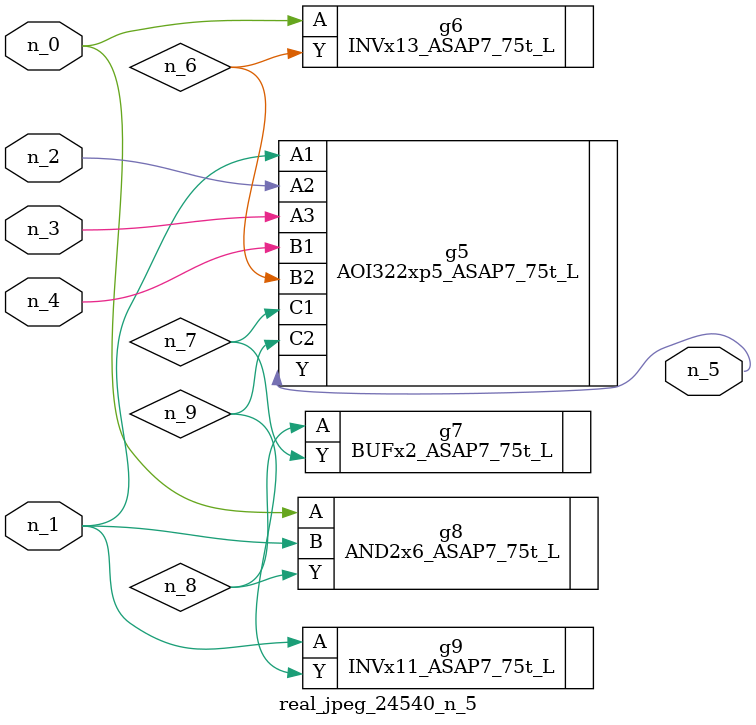
<source format=v>
module real_jpeg_24540_n_5 (n_4, n_0, n_1, n_2, n_3, n_5);

input n_4;
input n_0;
input n_1;
input n_2;
input n_3;

output n_5;

wire n_8;
wire n_6;
wire n_7;
wire n_9;

INVx13_ASAP7_75t_L g6 ( 
.A(n_0),
.Y(n_6)
);

AND2x6_ASAP7_75t_L g8 ( 
.A(n_0),
.B(n_1),
.Y(n_8)
);

AOI322xp5_ASAP7_75t_L g5 ( 
.A1(n_1),
.A2(n_2),
.A3(n_3),
.B1(n_4),
.B2(n_6),
.C1(n_7),
.C2(n_9),
.Y(n_5)
);

INVx11_ASAP7_75t_L g9 ( 
.A(n_1),
.Y(n_9)
);

BUFx2_ASAP7_75t_L g7 ( 
.A(n_8),
.Y(n_7)
);


endmodule
</source>
